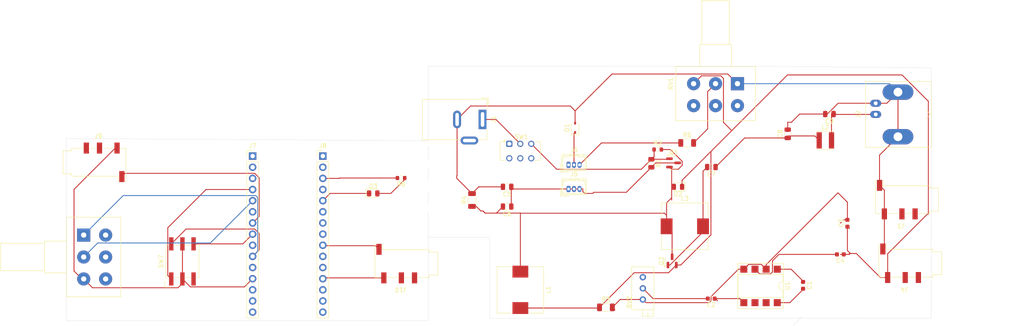
<source format=kicad_pcb>
(kicad_pcb (version 20240108) (generator "pcbnew") (generator_version "8.0")
  (layers (0 "F.Cu" signal) (31 "B.Cu" signal) (34 "B.Paste" user) (35 "F.Paste" user) (36 "B.SilkS" user "B.Silkscreen") (37 "F.SilkS" user "F.Silkscreen") (38 "B.Mask" user) (39 "F.Mask" user) (44 "Edge.Cuts" user))
  (net 0 "")
  (net 1 "Net-(C1-Pad2)")
  (net 2 "Net-(C1-Pad1)")
  (net 3 "Net-(C2-Pad2)")
  (net 4 "Net-(C2-Pad1)")
  (net 5 "Net-(D1-A)")
  (net 6 "Net-(D2-K)")
  (net 7 "Net-(U1-+)")
  (net 8 "Net-(J5-Pin_1)")
  (net 9 "Net-(D2-A)")
  (net 10 "Net-(Q2-C)")
  (net 11 "Net-(C7-Pad1)")
  (net 12 "Net-(J2-In)")
  (net 13 "Net-(D1-K)")
  (net 14 "Net-(D3-A)")
  (net 15 "Net-(D3-K)")
  (net 16 "Net-(SW1A-B)")
  (net 17 "Net-(J7-Pin_8)")
  (net 21 "Net-(J7-Pin_6)")
  (net 25 "Net-(J7-Pin_10)")
  (net 27 "Net-(J7-Pin_7)")
  (net 30 "Net-(J8-Pin_9)")
  (net 34 "Net-(J8-Pin_3)")
  (net 35 "Net-(J8-Pin_12)")
  (net 42 "Net-(Q1-C)")
  (net 43 "Net-(R6-Pad2)")
  (net 55 "Net-(J7-Pin_4)")
  (net 56 "Net-(J7-Pin_12)")
  (net 57 "Net-(J7-Pin_5)")
  (footprint "Resistor_SMD:R_0603_1608Metric" (layer "F.Cu") (at 177.825 50)
    (property "Reference" "R2" (at 0 -1.43 0) (layer "F.SilkS"))
    (property "Value" "R33k")
    (pad "1" smd roundrect (at -0.825 0) (size 0.8 0.95) (layers "F.Cu" "F.Paste" "F.Mask") (net 42 "Net-(Q1-C)"))
    (pad "2" smd roundrect (at 0.825 0) (size 0.8 0.95) (layers "F.Cu" "F.Paste" "F.Mask") (net 9 "Net-(D2-A)"))
  )
  (footprint "Capacitor_SMD:C_0603_1608Metric" (layer "F.Cu") (at 210.95 80.95 -90)
    (property "Reference" "C1" (at 0 -1.43 -90) (layer "F.SilkS"))
    (property "Value" "C 10uF")
    (pad "1" smd roundrect (at -0.775 0 270) (size 0.9 0.95) (layers "F.Cu" "F.Paste" "F.Mask") (net 2 "Net-(C1-Pad1)"))
    (pad "2" smd roundrect (at 0.775 0 270) (size 0.9 0.95) (layers "F.Cu" "F.Paste" "F.Mask") (net 1 "Net-(C1-Pad2)"))
  )
  (footprint "Resistor_SMD:R_1206_3216Metric" (layer "F.Cu") (at 135.5 61.5 90)
    (property "Reference" "R4" (at 0 -1.82 90) (layer "F.SilkS"))
    (property "Value" "R")
    (pad "1" smd roundrect (at -1.4625 0 90) (size 1.125 1.75) (layers "F.Cu" "F.Paste" "F.Mask") (roundrect_rratio 0.222222) (net 9 "Net-(D2-A)"))
    (pad "2" smd roundrect (at 1.4625 0 90) (size 1.125 1.75) (layers "F.Cu" "F.Paste" "F.Mask") (roundrect_rratio 0.222222) (net 5 "Net-(D1-A)"))
  )
  (footprint "Resistor_SMD:R_0805_2012Metric" (layer "F.Cu") (at 176.375 53.1375 -90)
    (property "Reference" "R1" (at 0 -1.65 -90) (layer "F.SilkS"))
    (property "Value" "R47k")
    (pad "1" smd roundrect (at -0.9125 0 270) (size 1.025 1.4) (layers "F.Cu" "F.Paste" "F.Mask") (roundrect_rratio 0.243902) (net 42 "Net-(Q1-C)"))
    (pad "2" smd roundrect (at 0.9125 0 270) (size 1.025 1.4) (layers "F.Cu" "F.Paste" "F.Mask") (roundrect_rratio 0.243902) (net 8 "Net-(J5-Pin_1)"))
  )
  (footprint "Capacitor_SMD:C_0805_2012Metric" (layer "F.Cu") (at 190.05 54 180)
    (property "Reference" "C7" (at 0 -1.68 180) (layer "F.SilkS"))
    (property "Value" "C0.01uF")
    (pad "1" smd roundrect (at -0.95 0 180) (size 1 1.45) (layers "F.Cu" "F.Paste" "F.Mask") (net 11 "Net-(C7-Pad1)"))
    (pad "2" smd roundrect (at 0.95 0 180) (size 1 1.45) (layers "F.Cu" "F.Paste" "F.Mask") (net 10 "Net-(Q2-C)"))
  )
  (footprint "LED_SMD:LED_0805_2012Metric" (layer "F.Cu") (at 112.985 60)
    (property "Reference" "D3" (at 0 -1.65 0) (layer "F.SilkS"))
    (property "Value" "LED")
    (pad "1" smd roundrect (at -0.9375 0) (size 0.975 1.4) (layers "F.Cu" "F.Paste" "F.Mask") (net 15 "Net-(D3-K)"))
    (pad "2" smd roundrect (at 0.9375 0) (size 0.975 1.4) (layers "F.Cu" "F.Paste" "F.Mask") (net 14 "Net-(D3-A)"))
  )
  (footprint "Potentiometer_THT:Potentiometer_Bourns_3296X_Horizontal" (layer "F.Cu") (at 174.43 79.1 90)
    (property "Reference" "RV2" (at -5.68 -3.07 90) (layer "F.SilkS"))
    (property "Value" "R_100ohm")
    (pad "1" thru_hole circle (at 0 0 90) (size 1.44 1.44) (drill 0.8) (layers "*.Cu" "*.Mask"))
    (pad "2" thru_hole circle (at -2.54 0 90) (size 1.44 1.44) (drill 0.8) (layers "*.Cu" "*.Mask") (net 3 "Net-(C2-Pad2)"))
    (pad "3" thru_hole circle (at -5.08 0 90) (size 1.44 1.44) (drill 0.8) (layers "*.Cu" "*.Mask") (net 5 "Net-(D1-A)"))
  )
  (footprint "Capacitor_SMD:C_0603_1608Metric" (layer "F.Cu") (at 219.45 73.9 180)
    (property "Reference" "C4" (at 0 -1.43 180) (layer "F.SilkS"))
    (property "Value" "C")
    (pad "1" smd roundrect (at -0.775 0 180) (size 0.9 0.95) (layers "F.Cu" "F.Paste" "F.Mask") (net 6 "Net-(D2-K)"))
    (pad "2" smd roundrect (at 0.775 0 180) (size 0.9 0.95) (layers "F.Cu" "F.Paste" "F.Mask") (net 7 "Net-(U1-+)"))
  )
  (footprint "Capacitor_SMD:C_0805_2012Metric" (layer "F.Cu") (at 207.45 46.42 90)
    (property "Reference" "C8" (at 0 -1.68 90) (layer "F.SilkS"))
    (property "Value" "C_Small")
    (pad "1" smd roundrect (at -0.95 0 90) (size 1 1.45) (layers "F.Cu" "F.Paste" "F.Mask") (net 11 "Net-(C7-Pad1)"))
    (pad "2" smd roundrect (at 0.95 0 90) (size 1 1.45) (layers "F.Cu" "F.Paste" "F.Mask") (net 5 "Net-(D1-A)"))
  )
  (footprint "Potentiometer_THT:Potentiometer_Alps_RK163_Dual_Horizontal" (layer "F.Cu") (at 47 69.5)
    (property "Reference" "RV3" (hide yes))
    (property "Value" "R_Potentiometer_10k")
    (pad "1" thru_hole rect (at 0 0 180) (size 3 3) (drill 1.2) (layers "*.Cu" "*.Mask") (net 25 "Net-(J7-Pin_10)"))
    (pad "2" thru_hole circle (at 0 5 180) (size 3 3) (drill 1.2) (layers "*.Cu" "*.Mask") (net 57 "Net-(J7-Pin_5)"))
    (pad "3" thru_hole circle (at 0 10 180) (size 3 3) (drill 1.2) (layers "*.Cu" "*.Mask") (net 56 "Net-(J7-Pin_12)"))
    (pad "4" thru_hole circle (at 5 0 180) (size 3 3) (drill 1.2) (layers "*.Cu" "*.Mask"))
    (pad "5" thru_hole circle (at 5 5 180) (size 3 3) (drill 1.2) (layers "*.Cu" "*.Mask"))
    (pad "6" thru_hole circle (at 5 10 180) (size 3 3) (drill 1.2) (layers "*.Cu" "*.Mask"))
  )
  (footprint "Inductor_SMD:L_10.4x10.4_H4.8" (layer "F.Cu") (at 146.52 81.98 -90)
    (property "Reference" "L1" (at 0 -6.35 90) (layer "F.SilkS"))
    (property "Value" "L_100uH")
    (pad "1" smd rect (at -4.15 0 270) (size 2.7 3.6) (layers "F.Cu" "F.Paste" "F.Mask") (net 9 "Net-(D2-A)"))
    (pad "2" smd rect (at 4.15 0 270) (size 2.7 3.6) (layers "F.Cu" "F.Paste" "F.Mask") (net 6 "Net-(D2-K)"))
  )
  (footprint "Capacitor_SMD:C_0805_2012Metric" (layer "F.Cu") (at 143.5 63 180)
    (property "Reference" "C6" (at 0 -1.68 0) (layer "F.SilkS"))
    (property "Value" "C100p")
    (pad "1" smd roundrect (at -0.95 0 180) (size 1 1.45) (layers "F.Cu" "F.Paste" "F.Mask") (net 8 "Net-(J5-Pin_1)"))
    (pad "2" smd roundrect (at 0.95 0 180) (size 1 1.45) (layers "F.Cu" "F.Paste" "F.Mask") (net 9 "Net-(D2-A)"))
  )
  (footprint "Capacitor_SMD:C_0603_1608Metric" (layer "F.Cu") (at 190.02 83.98 180)
    (property "Reference" "C2" (at 0 -1.43 180) (layer "F.SilkS"))
    (property "Value" "C 10uF")
    (pad "1" smd roundrect (at -0.775 0 180) (size 0.9 0.95) (layers "F.Cu" "F.Paste" "F.Mask") (net 4 "Net-(C2-Pad1)"))
    (pad "2" smd roundrect (at 0.775 0 180) (size 0.9 0.95) (layers "F.Cu" "F.Paste" "F.Mask") (net 3 "Net-(C2-Pad2)"))
  )
  (footprint "Connector_Audio:Jack_3.5mm_KoreanHropartsElec_PJ-320D-4A_Horizontal" (layer "F.Cu") (at 234.08 75.92 180)
    (property "Reference" "J4" (at 0 -6 180) (layer "F.SilkS"))
    (property "Value" "AudioJack3_Ground")
    (pad "" np_thru_hole circle (at -4.75 0 180) (size 1.6 1.6) (drill 1.6) (layers "F&B.Cu" "*.Mask"))
    (pad "" np_thru_hole circle (at 2.25 0 180) (size 1.6 1.6) (drill 1.6) (layers "F&B.Cu" "*.Mask"))
    (pad "R1" smd rect (at -0.15 -3.25 180) (size 1.2 2.5) (layers "F.Cu" "F.Paste" "F.Mask"))
    (pad "R2" smd rect (at -3.15 -3.25 180) (size 1.2 2.5) (layers "F.Cu" "F.Paste" "F.Mask"))
    (pad "S" smd rect (at 4.95 3.25 180) (size 1.2 2.5) (layers "F.Cu" "F.Paste" "F.Mask") (net 5 "Net-(D1-A)"))
    (pad "T" smd rect (at 3.85 -3.25 180) (size 1.2 2.5) (layers "F.Cu" "F.Paste" "F.Mask") (net 6 "Net-(D2-K)"))
  )
  (footprint "Connector_Audio:Jack_3.5mm_KoreanHropartsElec_PJ-320D-4A_Horizontal" (layer "F.Cu") (at 119.25 76 180)
    (property "Reference" "J10" (at 0 -6 180) (layer "F.SilkS"))
    (property "Value" "AudioJack3_Radio")
    (pad "" np_thru_hole circle (at -4.75 0 180) (size 1.6 1.6) (drill 1.6) (layers "F&B.Cu" "*.Mask"))
    (pad "" np_thru_hole circle (at 2.25 0 180) (size 1.6 1.6) (drill 1.6) (layers "F&B.Cu" "*.Mask"))
    (pad "R1" smd rect (at -0.15 -3.25 180) (size 1.2 2.5) (layers "F.Cu" "F.Paste" "F.Mask"))
    (pad "R2" smd rect (at -3.15 -3.25 180) (size 1.2 2.5) (layers "F.Cu" "F.Paste" "F.Mask"))
    (pad "S" smd rect (at 4.95 3.25 180) (size 1.2 2.5) (layers "F.Cu" "F.Paste" "F.Mask") (net 30 "Net-(J8-Pin_9)"))
    (pad "T" smd rect (at 3.85 -3.25 180) (size 1.2 2.5) (layers "F.Cu" "F.Paste" "F.Mask") (net 35 "Net-(J8-Pin_12)"))
  )
  (footprint "Inductor_SMD:L_10.4x10.4_H4.8" (layer "F.Cu") (at 184 67.5)
    (property "Reference" "L3" (at 0 -6.35 0) (layer "F.SilkS"))
    (property "Value" "L")
    (pad "1" smd rect (at -4.15 0) (size 2.7 3.6) (layers "F.Cu" "F.Paste" "F.Mask") (net 9 "Net-(D2-A)"))
    (pad "2" smd rect (at 4.15 0) (size 2.7 3.6) (layers "F.Cu" "F.Paste" "F.Mask") (net 10 "Net-(Q2-C)"))
  )
  (footprint "Connector_Hirose:Hirose_DF13-03P-1.25DSA_1x03_P1.25mm_Vertical" (layer "F.Cu") (at 157.5 59)
    (property "Reference" "J5" (at 1.25 -3.4 0) (layer "F.SilkS"))
    (property "Value" "Conn_01x03_Pin")
    (pad "1" thru_hole roundrect (at 0 0) (size 0.9 1.4) (drill 0.6) (layers "*.Cu" "*.Mask") (net 8 "Net-(J5-Pin_1)"))
    (pad "2" thru_hole oval (at 1.25 0) (size 0.9 1.4) (drill 0.6) (layers "*.Cu" "*.Mask") (net 8 "Net-(J5-Pin_1)"))
    (pad "3" thru_hole oval (at 2.5 0) (size 0.9 1.4) (drill 0.6) (layers "*.Cu" "*.Mask") (net 8 "Net-(J5-Pin_1)"))
  )
  (footprint "Package_TO_SOT_SMD:SOT-23" (layer "F.Cu") (at 181.4375 53.05)
    (property "Reference" "Q1" (at 0 -2.4 0) (layer "F.SilkS"))
    (property "Value" "9013")
    (pad "1" smd roundrect (at -0.9375 -0.95) (size 1.475 0.6) (layers "F.Cu" "F.Paste" "F.Mask") (net 42 "Net-(Q1-C)"))
    (pad "2" smd roundrect (at -0.9375 0.95) (size 1.475 0.6) (layers "F.Cu" "F.Paste" "F.Mask") (net 9 "Net-(D2-A)"))
    (pad "3" smd roundrect (at 0.9375 0) (size 1.475 0.6) (layers "F.Cu" "F.Paste" "F.Mask") (net 8 "Net-(J5-Pin_1)"))
  )
  (footprint "Inductor_SMD:L_Taiyo-Yuden_MD-4040" (layer "F.Cu") (at 216.03 47.92)
    (property "Reference" "L2" (at 0 -3 0) (layer "F.SilkS"))
    (property "Value" "1uH")
    (pad "1" smd rect (at -1.4 0) (size 1.2 3.7) (layers "F.Cu" "F.Paste" "F.Mask") (net 11 "Net-(C7-Pad1)"))
    (pad "2" smd rect (at 1.4 0) (size 1.2 3.7) (layers "F.Cu" "F.Paste" "F.Mask") (net 12 "Net-(J2-In)"))
  )
  (footprint "Button_Switch_SMD:Nidec_Copal_SH-7010B" (layer "F.Cu") (at 69.5 75.5 90)
    (property "Reference" "SW7" (at 0 -4.9 90) (layer "F.SilkS"))
    (property "Value" "SW_Coded_SH-7050")
    (pad "1" smd rect (at -4 -2.54 90) (size 3 1) (layers "F.Cu" "F.Paste" "F.Mask") (net 55 "Net-(J7-Pin_4)"))
    (pad "2" smd rect (at 4 2.54 90) (size 3 1) (layers "F.Cu" "F.Paste" "F.Mask") (net 17 "Net-(J7-Pin_8)"))
    (pad "4" smd rect (at -4 2.54 90) (size 3 1) (layers "F.Cu" "F.Paste" "F.Mask"))
    (pad "8" smd rect (at 4 -2.54 90) (size 3 1) (layers "F.Cu" "F.Paste" "F.Mask") (net 25 "Net-(J7-Pin_10)"))
    (pad "C" smd rect (at -4 0 90) (size 3 1) (layers "F.Cu" "F.Paste" "F.Mask") (net 56 "Net-(J7-Pin_12)"))
    (pad "C" smd rect (at 4 0 90) (size 3 1) (layers "F.Cu" "F.Paste" "F.Mask") (net 56 "Net-(J7-Pin_12)"))
  )
  (footprint "Connector_Audio:Jack_3.5mm_KoreanHropartsElec_PJ-320D-4A_Horizontal" (layer "F.Cu") (at 233.33 61.42 180)
    (property "Reference" "J3" (at 0 -6 180) (layer "F.SilkS"))
    (property "Value" "AudioJack3_Ground")
    (pad "" np_thru_hole circle (at -4.75 0 180) (size 1.6 1.6) (drill 1.6) (layers "F&B.Cu" "*.Mask"))
    (pad "" np_thru_hole circle (at 2.25 0 180) (size 1.6 1.6) (drill 1.6) (layers "F&B.Cu" "*.Mask"))
    (pad "R1" smd rect (at -0.15 -3.25 180) (size 1.2 2.5) (layers "F.Cu" "F.Paste" "F.Mask"))
    (pad "R2" smd rect (at -3.15 -3.25 180) (size 1.2 2.5) (layers "F.Cu" "F.Paste" "F.Mask"))
    (pad "S" smd rect (at 4.95 3.25 180) (size 1.2 2.5) (layers "F.Cu" "F.Paste" "F.Mask") (net 5 "Net-(D1-A)"))
    (pad "T" smd rect (at 3.85 -3.25 180) (size 1.2 2.5) (layers "F.Cu" "F.Paste" "F.Mask") (net 5 "Net-(D1-A)"))
  )
  (footprint "Button_Switch_THT:SW_CK_JS202011CQN_DPDT_Straight" (layer "F.Cu") (at 144 48.7)
    (property "Reference" "SW1" (at 2.75 -1.6 0) (layer "F.SilkS"))
    (property "Value" "SW_DPDT_x2")
    (pad "1" thru_hole roundrect (at 0 0) (size 1.4 1.4) (drill 0.9) (layers "*.Cu" "*.Mask") (roundrect_rratio 0.1785714286))
    (pad "2" thru_hole circle (at 2.5 0) (size 1.4 1.4) (drill 0.9) (layers "*.Cu" "*.Mask") (net 16 "Net-(SW1A-B)"))
    (pad "3" thru_hole circle (at 5 0) (size 1.4 1.4) (drill 0.9) (layers "*.Cu" "*.Mask") (net 42 "Net-(Q1-C)"))
    (pad "4" thru_hole circle (at 5 3.3) (size 1.4 1.4) (drill 0.9) (layers "*.Cu" "*.Mask"))
    (pad "5" thru_hole circle (at 2.5 3.3) (size 1.4 1.4) (drill 0.9) (layers "*.Cu" "*.Mask"))
    (pad "6" thru_hole circle (at 0 3.3) (size 1.4 1.4) (drill 0.9) (layers "*.Cu" "*.Mask"))
  )
  (footprint "Connector_PinHeader_2.54mm:PinHeader_1x15_P2.54mm_Vertical" (layer "F.Cu") (at 101.5 51.5)
    (property "Reference" "J8" (at 0 -2.33 0) (layer "F.SilkS"))
    (property "Value" "Conn_01x15_PinRight")
    (pad "1" thru_hole rect (at 0 0) (size 1.7 1.7) (drill 1) (layers "*.Cu" "*.Mask"))
    (pad "2" thru_hole oval (at 0 2.54) (size 1.7 1.7) (drill 1) (layers "*.Cu" "*.Mask"))
    (pad "3" thru_hole oval (at 0 5.08) (size 1.7 1.7) (drill 1) (layers "*.Cu" "*.Mask") (net 34 "Net-(J8-Pin_3)"))
    (pad "4" thru_hole oval (at 0 7.62) (size 1.7 1.7) (drill 1) (layers "*.Cu" "*.Mask"))
    (pad "5" thru_hole oval (at 0 10.16) (size 1.7 1.7) (drill 1) (layers "*.Cu" "*.Mask") (net 15 "Net-(D3-K)"))
    (pad "6" thru_hole oval (at 0 12.7) (size 1.7 1.7) (drill 1) (layers "*.Cu" "*.Mask"))
    (pad "7" thru_hole oval (at 0 15.24) (size 1.7 1.7) (drill 1) (layers "*.Cu" "*.Mask"))
    (pad "8" thru_hole oval (at 0 17.78) (size 1.7 1.7) (drill 1) (layers "*.Cu" "*.Mask"))
    (pad "9" thru_hole oval (at 0 20.32) (size 1.7 1.7) (drill 1) (layers "*.Cu" "*.Mask") (net 30 "Net-(J8-Pin_9)"))
    (pad "10" thru_hole oval (at 0 22.86) (size 1.7 1.7) (drill 1) (layers "*.Cu" "*.Mask"))
    (pad "11" thru_hole oval (at 0 25.4) (size 1.7 1.7) (drill 1) (layers "*.Cu" "*.Mask"))
    (pad "12" thru_hole oval (at 0 27.94) (size 1.7 1.7) (drill 1) (layers "*.Cu" "*.Mask") (net 35 "Net-(J8-Pin_12)"))
    (pad "13" thru_hole oval (at 0 30.48) (size 1.7 1.7) (drill 1) (layers "*.Cu" "*.Mask"))
    (pad "14" thru_hole oval (at 0 33.02) (size 1.7 1.7) (drill 1) (layers "*.Cu" "*.Mask"))
    (pad "15" thru_hole oval (at 0 35.56) (size 1.7 1.7) (drill 1) (layers "*.Cu" "*.Mask"))
  )
  (footprint "Resistor_SMD:R_0603_1608Metric" (layer "F.Cu") (at 119.325 56.5 180)
    (property "Reference" "R8" (at 0 -1.43 180) (layer "F.SilkS"))
    (property "Value" "R")
    (pad "1" smd roundrect (at -0.825 0 180) (size 0.8 0.95) (layers "F.Cu" "F.Paste" "F.Mask") (net 14 "Net-(D3-A)"))
    (pad "2" smd roundrect (at 0.825 0 180) (size 0.8 0.95) (layers "F.Cu" "F.Paste" "F.Mask") (net 34 "Net-(J8-Pin_3)"))
  )
  (footprint "Connector_Audio:Jack_3.5mm_KoreanHropartsElec_PJ-320D-4A_Horizontal" (layer "F.Cu") (at 50.75 52.92)
    (property "Reference" "J9" (at -0.4 -6 0) (layer "F.SilkS"))
    (property "Value" "AudioJack3_Key")
    (pad "" np_thru_hole circle (at -4.75 0) (size 1.6 1.6) (drill 1.6) (layers "F&B.Cu" "*.Mask"))
    (pad "" np_thru_hole circle (at 2.25 0) (size 1.6 1.6) (drill 1.6) (layers "F&B.Cu" "*.Mask"))
    (pad "R1" smd rect (at -0.15 -3.25) (size 1.2 2.5) (layers "F.Cu" "F.Paste" "F.Mask"))
    (pad "R2" smd rect (at -3.15 -3.25) (size 1.2 2.5) (layers "F.Cu" "F.Paste" "F.Mask"))
    (pad "S" smd rect (at 4.95 3.25) (size 1.2 2.5) (layers "F.Cu" "F.Paste" "F.Mask") (net 27 "Net-(J7-Pin_7)"))
    (pad "T" smd rect (at 3.85 -3.25) (size 1.2 2.5) (layers "F.Cu" "F.Paste" "F.Mask") (net 56 "Net-(J7-Pin_12)"))
  )
  (footprint "Connector_Hirose:Hirose_DF13-03P-1.25DSA_1x03_P1.25mm_Vertical" (layer "F.Cu") (at 157.5 53.5)
    (property "Reference" "J6" (at 1.25 -3.4 0) (layer "F.SilkS"))
    (property "Value" "Conn_01x03_Pin")
    (pad "1" thru_hole roundrect (at 0 0) (size 0.9 1.4) (drill 0.6) (layers "*.Cu" "*.Mask") (net 13 "Net-(D1-K)"))
    (pad "2" thru_hole oval (at 1.25 0) (size 0.9 1.4) (drill 0.6) (layers "*.Cu" "*.Mask") (net 13 "Net-(D1-K)"))
    (pad "3" thru_hole oval (at 2.5 0) (size 0.9 1.4) (drill 0.6) (layers "*.Cu" "*.Mask") (net 13 "Net-(D1-K)"))
  )
  (footprint "Diode_SMD:D_SOD-323" (layer "F.Cu") (at 159 45.05 90)
    (property "Reference" "D1" (at 0 -1.85 90) (layer "F.SilkS"))
    (property "Value" "D_C145491")
    (pad "1" smd roundrect (at -1.05 0 90) (size 0.6 0.45) (layers "F.Cu" "F.Paste" "F.Mask") (net 13 "Net-(D1-K)"))
    (pad "2" smd roundrect (at 1.05 0 90) (size 0.6 0.45) (layers "F.Cu" "F.Paste" "F.Mask") (net 5 "Net-(D1-A)"))
  )
  (footprint "Connector_Coaxial:BNC_Amphenol_B6252HB-NPP3G-50_Horizontal" (layer "F.Cu") (at 227.5 42 -90)
    (property "Reference" "J2" (at 0 4 90) (layer "F.SilkS"))
    (property "Value" "Conn_Coaxial")
    (pad "1" thru_hole oval (at 0 0 270) (size 1.6 2.5) (drill 0.89) (layers "*.Cu" "*.Mask") (net 12 "Net-(J2-In)"))
    (pad "2" thru_hole oval (at -5.08 -5.08 270) (size 3.5 7) (drill 2.01) (layers "*.Cu" "*.Mask") (net 5 "Net-(D1-A)"))
    (pad "2" thru_hole oval (at -2.54 0 270) (size 1.6 2.5) (drill 0.89) (layers "*.Cu" "*.Mask") (net 5 "Net-(D1-A)"))
    (pad "2" thru_hole oval (at 5.08 -5.08 270) (size 3.5 7) (drill 2.01) (layers "*.Cu" "*.Mask") (net 5 "Net-(D1-A)"))
  )
  (footprint "Connector_PinHeader_2.54mm:PinHeader_1x15_P2.54mm_Vertical" (layer "F.Cu") (at 85.5 51.5)
    (property "Reference" "J7" (at 0 -2.33 0) (layer "F.SilkS"))
    (property "Value" "Conn_01x15_PinLeft")
    (pad "1" thru_hole rect (at 0 0) (size 1.7 1.7) (drill 1) (layers "*.Cu" "*.Mask"))
    (pad "2" thru_hole oval (at 0 2.54) (size 1.7 1.7) (drill 1) (layers "*.Cu" "*.Mask"))
    (pad "3" thru_hole oval (at 0 5.08) (size 1.7 1.7) (drill 1) (layers "*.Cu" "*.Mask"))
    (pad "4" thru_hole oval (at 0 7.62) (size 1.7 1.7) (drill 1) (layers "*.Cu" "*.Mask") (net 55 "Net-(J7-Pin_4)"))
    (pad "5" thru_hole oval (at 0 10.16) (size 1.7 1.7) (drill 1) (layers "*.Cu" "*.Mask") (net 57 "Net-(J7-Pin_5)"))
    (pad "6" thru_hole oval (at 0 12.7) (size 1.7 1.7) (drill 1) (layers "*.Cu" "*.Mask") (net 21 "Net-(J7-Pin_6)"))
    (pad "7" thru_hole oval (at 0 15.24) (size 1.7 1.7) (drill 1) (layers "*.Cu" "*.Mask") (net 27 "Net-(J7-Pin_7)"))
    (pad "8" thru_hole oval (at 0 17.78) (size 1.7 1.7) (drill 1) (layers "*.Cu" "*.Mask") (net 17 "Net-(J7-Pin_8)"))
    (pad "9" thru_hole oval (at 0 20.32) (size 1.7 1.7) (drill 1) (layers "*.Cu" "*.Mask"))
    (pad "10" thru_hole oval (at 0 22.86) (size 1.7 1.7) (drill 1) (layers "*.Cu" "*.Mask") (net 25 "Net-(J7-Pin_10)"))
    (pad "11" thru_hole oval (at 0 25.4) (size 1.7 1.7) (drill 1) (layers "*.Cu" "*.Mask"))
    (pad "12" thru_hole oval (at 0 27.94) (size 1.7 1.7) (drill 1) (layers "*.Cu" "*.Mask") (net 56 "Net-(J7-Pin_12)"))
    (pad "13" thru_hole oval (at 0 30.48) (size 1.7 1.7) (drill 1) (layers "*.Cu" "*.Mask"))
    (pad "14" thru_hole oval (at 0 33.02) (size 1.7 1.7) (drill 1) (layers "*.Cu" "*.Mask"))
    (pad "15" thru_hole oval (at 0 35.56) (size 1.7 1.7) (drill 1) (layers "*.Cu" "*.Mask"))
  )
  (footprint "Resistor_SMD:R_1206_3216Metric" (layer "F.Cu") (at 184.5375 48.5)
    (property "Reference" "R6" (at 0 -1.82 0) (layer "F.SilkS"))
    (property "Value" "R100k")
    (pad "1" smd roundrect (at -1.4625 0) (size 1.125 1.75) (layers "F.Cu" "F.Paste" "F.Mask") (roundrect_rratio 0.222222) (net 13 "Net-(D1-K)"))
    (pad "2" smd roundrect (at 1.4625 0) (size 1.125 1.75) (layers "F.Cu" "F.Paste" "F.Mask") (roundrect_rratio 0.222222) (net 43 "Net-(R6-Pad2)"))
  )
  (footprint "Connector_BarrelJack:BarrelJack_Wuerth_6941xx301002" (layer "F.Cu") (at 137.9 43.15 -90)
    (property "Reference" "J1" (at 0 -2.5 90) (layer "F.SilkS"))
    (property "Value" "Barrel_Jack_MountingPin")
    (pad "1" thru_hole rect (at 0 0 270) (size 4.4 1.8) (drill oval 3.4 0.8) (layers "*.Cu" "*.Mask") (net 16 "Net-(SW1A-B)"))
    (pad "2" thru_hole oval (at 0 5.8 270) (size 4 1.8) (drill oval 3 0.8) (layers "*.Cu" "*.Mask") (net 5 "Net-(D1-A)"))
    (pad "3" thru_hole oval (at 4.8 3) (size 4 1.8) (drill oval 3 0.8) (layers "*.Cu" "*.Mask"))
  )
  (footprint "Resistor_SMD:R_1206_3216Metric" (layer "F.Cu") (at 166.02 85.98)
    (property "Reference" "R3" (at 0 -1.82 0) (layer "F.SilkS"))
    (property "Value" "R10K")
    (pad "1" smd roundrect (at -1.4625 0) (size 1.125 1.75) (layers "F.Cu" "F.Paste" "F.Mask") (roundrect_rratio 0.222222) (net 6 "Net-(D2-K)"))
    (pad "2" smd roundrect (at 1.4625 0) (size 1.125 1.75) (layers "F.Cu" "F.Paste" "F.Mask") (roundrect_rratio 0.222222) (net 5 "Net-(D1-A)"))
  )
  (footprint "Package_DIP:DIP-8_W7.62mm_SMDSocket_SmallPads" (layer "F.Cu") (at 201.26 81.09 -90)
    (property "Reference" "U1" (at 0 -6.14 90) (layer "F.SilkS"))
    (property "Value" "LM386")
    (pad "1" smd rect (at -3.81 -3.81 270) (size 1.6 1.6) (layers "F.Cu" "F.Paste" "F.Mask") (net 2 "Net-(C1-Pad1)"))
    (pad "2" smd rect (at -3.81 -1.27 270) (size 1.6 1.6) (layers "F.Cu" "F.Paste" "F.Mask") (net 5 "Net-(D1-A)"))
    (pad "3" smd rect (at -3.81 1.27 270) (size 1.6 1.6) (layers "F.Cu" "F.Paste" "F.Mask") (net 7 "Net-(U1-+)"))
    (pad "4" smd rect (at -3.81 3.81 270) (size 1.6 1.6) (layers "F.Cu" "F.Paste" "F.Mask") (net 5 "Net-(D1-A)"))
    (pad "5" smd rect (at 3.81 3.81 270) (size 1.6 1.6) (layers "F.Cu" "F.Paste" "F.Mask") (net 4 "Net-(C2-Pad1)"))
    (pad "6" smd rect (at 3.81 1.27 270) (size 1.6 1.6) (layers "F.Cu" "F.Paste" "F.Mask"))
    (pad "7" smd rect (at 3.81 -1.27 270) (size 1.6 1.6) (layers "F.Cu" "F.Paste" "F.Mask"))
    (pad "8" smd rect (at 3.81 -3.81 270) (size 1.6 1.6) (layers "F.Cu" "F.Paste" "F.Mask") (net 1 "Net-(C1-Pad2)"))
  )
  (footprint "Potentiometer_THT:Potentiometer_Alps_RK163_Dual_Horizontal" (layer "F.Cu") (at 196 35 -90)
    (property "Reference" "RV1" (at -0.000001 15.199999 90) (layer "F.SilkS"))
    (property "Value" "R_Pot50k")
    (pad "1" thru_hole rect (at 0 0 90) (size 3 3) (drill 1.2) (layers "*.Cu" "*.Mask") (net 5 "Net-(D1-A)"))
    (pad "2" thru_hole circle (at 0 5 90) (size 3 3) (drill 1.2) (layers "*.Cu" "*.Mask") (net 43 "Net-(R6-Pad2)"))
    (pad "3" thru_hole circle (at 0 10 90) (size 3 3) (drill 1.2) (layers "*.Cu" "*.Mask") (net 6 "Net-(D2-K)"))
    (pad "4" thru_hole circle (at 5 0 90) (size 3 3) (drill 1.2) (layers "*.Cu" "*.Mask"))
    (pad "5" thru_hole circle (at 5 5 90) (size 3 3) (drill 1.2) (layers "*.Cu" "*.Mask"))
    (pad "6" thru_hole circle (at 5 10 90) (size 3 3) (drill 1.2) (layers "*.Cu" "*.Mask"))
  )
  (footprint "LED_SMD:LED_0805_2012Metric" (layer "F.Cu") (at 182.4375 58.5 180)
    (property "Reference" "D2" (at 0 -1.65 180) (layer "F.SilkS"))
    (property "Value" "LED")
    (pad "1" smd roundrect (at -0.9375 0 180) (size 0.975 1.4) (layers "F.Cu" "F.Paste" "F.Mask") (net 6 "Net-(D2-K)"))
    (pad "2" smd roundrect (at 0.9375 0 180) (size 0.975 1.4) (layers "F.Cu" "F.Paste" "F.Mask") (net 9 "Net-(D2-A)"))
  )
  (footprint "Capacitor_SMD:C_0805_2012Metric" (layer "F.Cu") (at 143.5 58.5 180)
    (property "Reference" "C5" (at 0 -1.68 0) (layer "F.SilkS"))
    (property "Value" "C100p")
    (pad "1" smd roundrect (at -0.95 0 180) (size 1 1.45) (layers "F.Cu" "F.Paste" "F.Mask") (net 8 "Net-(J5-Pin_1)"))
    (pad "2" smd roundrect (at 0.95 0 180) (size 1 1.45) (layers "F.Cu" "F.Paste" "F.Mask") (net 5 "Net-(D1-A)"))
  )
  (footprint "Capacitor_SMD:C_0805_2012Metric" (layer "F.Cu") (at 216.95 41.92 180)
    (property "Reference" "C9" (at 0 -1.68 180) (layer "F.SilkS"))
    (property "Value" "C_Small")
    (pad "1" smd roundrect (at -0.95 0 180) (size 1 1.45) (layers "F.Cu" "F.Paste" "F.Mask") (net 12 "Net-(J2-In)"))
    (pad "2" smd roundrect (at 0.95 0 180) (size 1 1.45) (layers "F.Cu" "F.Paste" "F.Mask") (net 5 "Net-(D1-A)"))
  )
  (footprint "Capacitor_SMD:C_0603_1608Metric" (layer "F.Cu") (at 221.05 66.8 90)
    (property "Reference" "C3" (at 0 -1.43 90) (layer "F.SilkS"))
    (property "Value" "C")
    (pad "1" smd roundrect (at -0.775 0 90) (size 0.9 0.95) (layers "F.Cu" "F.Paste" "F.Mask") (net 6 "Net-(D2-K)"))
    (pad "2" smd roundrect (at 0.775 0 90) (size 0.9 0.95) (layers "F.Cu" "F.Paste" "F.Mask") (net 5 "Net-(D1-A)"))
  )
  (footprint "Package_TO_SOT_SMD:SOT-23" (layer "F.Cu") (at 181.105 75.39 90)
    (property "Reference" "Q2" (at 0 -2.4 90) (layer "F.SilkS"))
    (property "Value" "8050")
    (pad "1" smd roundrect (at -0.9375 -0.95 90) (size 1.475 0.6) (layers "F.Cu" "F.Paste" "F.Mask") (net 10 "Net-(Q2-C)"))
    (pad "2" smd roundrect (at -0.9375 0.95 90) (size 1.475 0.6) (layers "F.Cu" "F.Paste" "F.Mask") (net 6 "Net-(D2-K)"))
    (pad "3" smd roundrect (at 0.9375 0 90) (size 1.475 0.6) (layers "F.Cu" "F.Paste" "F.Mask") (net 9 "Net-(D2-A)"))
  )
  (gr_line (start 125.5 52.25) (end 125.5 49.25) (stroke (width 0.05)) (layer "Edge.Cuts"))
  (gr_line (start 200 31) (end 240.18 31.42) (stroke (width 0.05)) (layer "Edge.Cuts"))
  (gr_line (start 125.5 70) (end 125.5 89) (stroke (width 0.05)) (layer "Edge.Cuts"))
  (gr_line (start 125.5 89) (end 43 89) (stroke (width 0.05)) (layer "Edge.Cuts"))
  (gr_line (start 224.43 88.42) (end 139.5 88.5) (stroke (width 0.05)) (layer "Edge.Cuts"))
  (gr_line (start 240.18 31.42) (end 240.18 88.42) (stroke (width 0.05)) (layer "Edge.Cuts"))
  (gr_line (start 130.5 70) (end 135.5 70) (stroke (width 0.05)) (layer "Edge.Cuts"))
  (gr_line (start 200 31) (end 125.5 31) (stroke (width 0.05)) (layer "Edge.Cuts"))
  (gr_line (start 125.5 57) (end 125.5 54) (stroke (width 0.05)) (layer "Edge.Cuts"))
  (gr_line (start 125.5 48) (end 43 47.5) (stroke (width 0.05)) (layer "Edge.Cuts"))
  (gr_line (start 240.18 88.42) (end 224.43 88.42) (stroke (width 0.05)) (layer "Edge.Cuts"))
  (gr_line (start 130.5 70) (end 125.5 70) (stroke (width 0.05)) (layer "Edge.Cuts"))
  (gr_line (start 139.5 88.5) (end 139.5 70) (stroke (width 0.05)) (layer "Edge.Cuts"))
  (gr_line (start 139.5 70) (end 135.5 70) (stroke (width 0.05)) (layer "Edge.Cuts"))
  (gr_line (start 210.7 88.15) (end 208.7 90.15) (stroke (width 0.05)) (layer "Edge.Cuts"))
  (gr_line (start 125.5 62.5) (end 125.5 59.5) (stroke (width 0.05)) (layer "Edge.Cuts"))
  (gr_line (start 43 47.5) (end 43 89) (stroke (width 0.05)) (layer "Edge.Cuts"))
  (gr_line (start 125.5 70) (end 125.5 64.25) (stroke (width 0.05)) (layer "Edge.Cuts"))
  (gr_line (start 125.5 31) (end 125.5 48) (stroke (width 0.05)) (layer "Edge.Cuts"))
  (segment (start 205.07 84.9) (end 207.95 84.9) (width 0.2) (layer "F.Cu") (net 1))
  (segment (start 207.95 84.9) (end 210.95 81.9) (width 0.2) (layer "F.Cu") (net 1))
  (segment (start 208.23 77.28) (end 210.95 80) (width 0.2) (layer "F.Cu") (net 2))
  (segment (start 205.07 77.28) (end 208.23 77.28) (width 0.2) (layer "F.Cu") (net 2))
  (segment (start 176.77 83.98) (end 174.43 81.64) (width 0.2) (layer "F.Cu") (net 3))
  (segment (start 189.03 84.02) (end 189.07 83.98) (width 0.2) (layer "F.Cu") (net 3))
  (segment (start 189.245 83.98) (end 176.77 83.98) (width 0.2) (layer "F.Cu") (net 3))
  (segment (start 190.97 83.98) (end 191.47 84.48) (width 0.2) (layer "F.Cu") (net 4))
  (segment (start 196.53 83.98) (end 197.45 84.9) (width 0.2) (layer "F.Cu") (net 4))
  (segment (start 190.795 83.98) (end 196.53 83.98) (width 0.2) (layer "F.Cu") (net 4))
  (segment (start 137.01875 58.51875) (end 137.0625 58.475) (width 0.2) (layer "F.Cu") (net 5))
  (segment (start 189.548697 84.899999) (end 175.149999 84.899999) (width 0.2) (layer "F.Cu") (net 5))
  (segment (start 132.01875 56.55625) (end 135.5 60.0375) (width 0.2) (layer "F.Cu") (net 5))
  (segment (start 221.05 66.025) (end 221.05 62.01) (width 0.2) (layer "F.Cu") (net 5))
  (segment (start 135.5 60.0375) (end 137.01875 58.51875) (width 0.2) (layer "F.Cu") (net 5))
  (segment (start 229.48 72.32) (end 229.13 72.67) (width 0.2) (layer "F.Cu") (net 5))
  (segment (start 193.8 32.8) (end 196 35) (width 0.2) (layer "F.Cu") (net 5))
  (segment (start 132.01875 56.01875) (end 132.01875 56.55625) (width 0.2) (layer "F.Cu") (net 5))
  (segment (start 201.43 76.18) (end 202.53 77.28) (width 0.2) (layer "F.Cu") (net 5))
  (segment (start 159 41.19) (end 157.900001 40.090001) (width 0.2) (layer "F.Cu") (net 5))
  (segment (start 216.47 41.92) (end 218.93 39.46) (width 0.2) (layer "F.Cu") (net 5))
  (segment (start 232.58 36.92) (end 232.58 47.08) (width 0.2) (layer "F.Cu") (net 5))
  (segment (start 229.48 59.27) (end 228.38 58.17) (width 0.2) (layer "F.Cu") (net 5))
  (segment (start 219.482157 66.772157) (end 219.704314 66.55) (width 0.2) (layer "F.Cu") (net 5))
  (segment (start 197.45 77.28) (end 196.221304 77.28) (width 0.2) (layer "F.Cu") (net 5))
  (segment (start 167.4825 85.98) (end 168.0625 86.56) (width 0.2) (layer "F.Cu") (net 5))
  (segment (start 229.48 64.67) (end 229.48 72.32) (width 0.2) (layer "F.Cu") (net 5))
  (segment (start 132.01875 56.01875) (end 132.1 55.9375) (width 0.2) (layer "F.Cu") (net 5))
  (segment (start 167.39 32.8) (end 193.8 32.8) (width 0.2) (layer "F.Cu") (net 5))
  (segment (start 189.995 83.506304) (end 189.995 84.453696) (width 0.2) (layer "F.Cu") (net 5))
  (segment (start 198.55 76.18) (end 201.43 76.18) (width 0.2) (layer "F.Cu") (net 5))
  (segment (start 175.149999 84.899999) (end 174.43 84.18) (width 0.2) (layer "F.Cu") (net 5))
  (segment (start 196.221304 77.28) (end 189.995 83.506304) (width 0.2) (layer "F.Cu") (net 5))
  (segment (start 169.2825 84.18) (end 174.43 84.18) (width 0.2) (layer "F.Cu") (net 5))
  (segment (start 135.159999 40.090001) (end 132.1 43.15) (width 0.2) (layer "F.Cu") (net 5))
  (segment (start 132.1 55.9375) (end 132.1 43.15) (width 0.2) (layer "F.Cu") (net 5))
  (segment (start 229.48 64.67) (end 229.48 59.27) (width 0.2) (layer "F.Cu") (net 5))
  (segment (start 210.17 41.92) (end 216.47 41.92) (width 0.2) (layer "F.Cu") (net 5))
  (segment (start 207.45 43.79) (end 207.45 45.94) (width 0.2) (layer "F.Cu") (net 5))
  (segment (start 157.900001 40.090001) (end 135.159999 40.090001) (width 0.2) (layer "F.Cu") (net 5))
  (segment (start 218.93 39.46) (end 227.5 39.46) (width 0.2) (layer "F.Cu") (net 5))
  (segment (start 167.4825 85.98) (end 169.2825 84.18) (width 0.2) (layer "F.Cu") (net 5))
  (segment (start 228.38 51.28) (end 232.58 47.08) (width 0.2) (layer "F.Cu") (net 5))
  (segment (start 202.53 77.28) (end 202.53 76.254314) (width 0.2) (layer "F.Cu") (net 5))
  (segment (start 221.05 62.01) (end 218.912157 59.872157) (width 0.2) (layer "F.Cu") (net 5))
  (segment (start 227.5 39.46) (end 230.04 39.46) (width 0.2) (layer "F.Cu") (net 5))
  (segment (start 228.38 58.17) (end 228.38 51.28) (width 0.2) (layer "F.Cu") (net 5))
  (segment (start 207.45 43.79) (end 208.3 43.79) (width 0.2) (layer "F.Cu") (net 5))
  (segment (start 208.3 43.79) (end 210.17 41.92) (width 0.2) (layer "F.Cu") (net 5))
  (segment (start 189.995 84.453696) (end 189.548697 84.899999) (width 0.2) (layer "F.Cu") (net 5))
  (segment (start 137.01875 58.51875) (end 137.0375 58.5) (width 0.2) (layer "F.Cu") (net 5))
  (segment (start 197.45 77.28) (end 198.55 76.18) (width 0.2) (layer "F.Cu") (net 5))
  (segment (start 230.04 39.46) (end 232.58 36.92) (width 0.2) (layer "F.Cu") (net 5))
  (segment (start 159 41.19) (end 167.39 32.8) (width 0.2) (layer "F.Cu") (net 5))
  (segment (start 159 44) (end 159 41.19) (width 0.2) (layer "F.Cu") (net 5))
  (segment (start 221.05 66.025) (end 220.225 66.025) (width 0.2) (layer "F.Cu") (net 5))
  (segment (start 202.53 76.254314) (end 218.912157 59.872157) (width 0.2) (layer "F.Cu") (net 5))
  (segment (start 137.0375 58.5) (end 142.55 58.5) (width 0.2) (layer "F.Cu") (net 5))
  (segment (start 196 35) (end 230.66 35) (width 0.2) (layer "B.Cu") (net 5))
  (segment (start 230.66 35) (end 232.58 36.92) (width 0.2) (layer "B.Cu") (net 5))
  (segment (start 183.375 58.5) (end 183.375 57.015256) (width 0.2) (layer "F.Cu") (net 6))
  (segment (start 183.375 57.015256) (end 189.945128 50.445128) (width 0.2) (layer "F.Cu") (net 6))
  (segment (start 172.4575 78.08) (end 180.3025 78.08) (width 0.2) (layer "F.Cu") (net 6))
  (segment (start 221.46 73.695) (end 223.085 73.695) (width 0.2) (layer "F.Cu") (net 6))
  (segment (start 192.2 33.2) (end 187.8 33.2) (width 0.2) (layer "F.Cu") (net 6))
  (segment (start 221.05 73.01) (end 221.72 73.68) (width 0.2) (layer "F.Cu") (net 6))
  (segment (start 183.0725 76.3275) (end 189.945128 69.454872) (width 0.2) (layer "F.Cu") (net 6))
  (segment (start 221.5 73.9) (end 221.72 73.68) (width 0.2) (layer "F.Cu") (net 6))
  (segment (start 180.3025 78.08) (end 182.055 76.3275) (width 0.2) (layer "F.Cu") (net 6))
  (segment (start 207.390256 33) (end 194.695128 45.695128) (width 0.2) (layer "F.Cu") (net 6))
  (segment (start 239.5 39) (end 233.5 33) (width 0.2) (layer "F.Cu") (net 6))
  (segment (start 146.52 86.13) (end 164.4075 86.13) (width 0.2) (layer "F.Cu") (net 6))
  (segment (start 192.8 43.8) (end 192.8 33.8) (width 0.2) (layer "F.Cu") (net 6))
  (segment (start 164.4075 86.13) (end 164.5575 85.98) (width 0.2) (layer "F.Cu") (net 6))
  (segment (start 194.695128 45.695128) (end 189.945128 50.445128) (width 0.2) (layer "F.Cu") (net 6))
  (segment (start 221.5 73.9) (end 219.45 73.9) (width 0.2) (layer "F.Cu") (net 6))
  (segment (start 233.5 33) (end 207.390256 33) (width 0.2) (layer "F.Cu") (net 6))
  (segment (start 187.8 33.2) (end 186 35) (width 0.2) (layer "F.Cu") (net 6))
  (segment (start 164.5575 85.98) (end 172.4575 78.08) (width 0.2) (layer "F.Cu") (net 6))
  (segment (start 228.56 79.17) (end 230.23 79.17) (width 0.2) (layer "F.Cu") (net 6))
  (segment (start 192.8 33.8) (end 192.2 33.2) (width 0.2) (layer "F.Cu") (net 6))
  (segment (start 221.05 67.575) (end 221.05 73.01) (width 0.2) (layer "F.Cu") (net 6))
  (segment (start 221.5 68.025) (end 221.05 67.575) (width 0.2) (layer "F.Cu") (net 6))
  (segment (start 182.055 76.3275) (end 183.0725 76.3275) (width 0.2) (layer "F.Cu") (net 6))
  (segment (start 239.5 64.5) (end 239.5 39) (width 0.2) (layer "F.Cu") (net 6))
  (segment (start 194.695128 45.695128) (end 192.8 43.8) (width 0.2) (layer "F.Cu") (net 6))
  (segment (start 189.945128 69.454872) (end 189.945128 50.445128) (width 0.2) (layer "F.Cu") (net 6))
  (segment (start 239.5 64.5) (end 230.23 73.77) (width 0.2) (layer "F.Cu") (net 6))
  (segment (start 223.085 73.695) (end 228.56 79.17) (width 0.2) (layer "F.Cu") (net 6))
  (segment (start 230.23 73.77) (end 230.23 79.17) (width 0.2) (layer "F.Cu") (net 6))
  (segment (start 239.5 64.75) (end 239.5 64.5) (width 0.2) (layer "F.Cu") (net 6))
  (segment (start 201.09 78.38) (end 199.99 77.28) (width 0.2) (layer "F.Cu") (net 7))
  (segment (start 218.675 73.9) (end 205.45 73.9) (width 0.2) (layer "F.Cu") (net 7))
  (segment (start 203.49 78.38) (end 201.09 78.38) (width 0.2) (layer "F.Cu") (net 7))
  (segment (start 205.45 73.9) (end 203.97 75.38) (width 0.2) (layer "F.Cu") (net 7))
  (segment (start 203.97 77.9) (end 203.49 78.38) (width 0.2) (layer "F.Cu") (net 7))
  (segment (start 203.97 75.38) (end 203.97 77.9) (width 0.2) (layer "F.Cu") (net 7))
  (segment (start 163.25 59.75) (end 163 60) (width 0.2) (layer "F.Cu") (net 8))
  (segment (start 144.95 59) (end 157.5 59) (width 0.2) (layer "F.Cu") (net 8))
  (segment (start 157.5 59) (end 160.75 59) (width 0.2) (layer "F.Cu") (net 8))
  (segment (start 160 59) (end 160.325736 59) (width 0) (layer "F.Cu") (net 8))
  (segment (start 161.18934 60) (end 160.75 59.56066) (width 0.2) (layer "F.Cu") (net 8))
  (segment (start 176.375 54.05) (end 177.375 53.05) (width 0.2) (layer "F.Cu") (net 8))
  (segment (start 163 60) (end 161.18934 60) (width 0.2) (layer "F.Cu") (net 8))
  (segment (start 160.75 59.56066) (end 160.75 59) (width 0.2) (layer "F.Cu") (net 8))
  (segment (start 170.675 59.75) (end 163.25 59.75) (width 0.2) (layer "F.Cu") (net 8))
  (segment (start 177.375 53.05) (end 182.375 53.05) (width 0.2) (layer "F.Cu") (net 8))
  (segment (start 160.325736 59) (end 160.45 58.875736) (width 0) (layer "F.Cu") (net 8))
  (segment (start 160.45 58.875736) (end 160.45 59.684924) (width 0) (layer "F.Cu") (net 8))
  (segment (start 176.375 54.05) (end 170.675 59.75) (width 0.2) (layer "F.Cu") (net 8))
  (segment (start 144.45 58.5) (end 144.95 59) (width 0.2) (layer "F.Cu") (net 8))
  (segment (start 144.45 63) (end 144.45 58.5) (width 0.2) (layer "F.Cu") (net 8))
  (segment (start 183.4125 52.709448) (end 183.4125 53.5875) (width 0.2) (layer "F.Cu") (net 9))
  (segment (start 183.4125 53.5875) (end 182.5 54.5) (width 0.2) (layer "F.Cu") (net 9))
  (segment (start 137.5 64) (end 138 64) (width 0.2) (layer "F.Cu") (net 9))
  (segment (start 146.52 77.83) (end 146.52 64.52) (width 0.2) (layer "F.Cu") (net 9))
  (segment (start 179.85 65) (end 179.85 62.15) (width 0.2) (layer "F.Cu") (net 9))
  (segment (start 179.85 67.5) (end 179.85 65) (width 0.2) (layer "F.Cu") (net 9))
  (segment (start 180.703052 50) (end 183.4125 52.709448) (width 0.2) (layer "F.Cu") (net 9))
  (segment (start 146.52 64.52) (end 146.5 64.5) (width 0.2) (layer "F.Cu") (net 9))
  (segment (start 179.85 62.15) (end 181 61) (width 0.2) (layer "F.Cu") (net 9))
  (segment (start 138 64) (end 138.525 64.525) (width 0.2) (layer "F.Cu") (net 9))
  (segment (start 141.05 64.5) (end 146.5 64.5) (width 0.2) (layer "F.Cu") (net 9))
  (segment (start 141.05 64.5) (end 138.5 64.5) (width 0.2) (layer "F.Cu") (net 9))
  (segment (start 146.52 64.52) (end 179.37 64.52) (width 0.2) (layer "F.Cu") (net 9))
  (segment (start 179.37 64.52) (end 179.85 65) (width 0.2) (layer "F.Cu") (net 9))
  (segment (start 181 54.5) (end 181 61) (width 0.2) (layer "F.Cu") (net 9))
  (segment (start 178.65 50) (end 180.703052 50) (width 0.2) (layer "F.Cu") (net 9))
  (segment (start 181.105 68.755) (end 179.85 67.5) (width 0.2) (layer "F.Cu") (net 9))
  (segment (start 182.5 54.5) (end 181 54.5) (width 0.2) (layer "F.Cu") (net 9))
  (segment (start 142.55 63) (end 141.05 64.5) (width 0.2) (layer "F.Cu") (net 9))
  (segment (start 136.4625 62.9625) (end 137.5 64) (width 0.2) (layer "F.Cu") (net 9))
  (segment (start 181.105 74.4525) (end 181.105 68.755) (width 0.2) (layer "F.Cu") (net 9))
  (segment (start 138 64) (end 138.5 64.5) (width 0.2) (layer "F.Cu") (net 9))
  (segment (start 181 61) (end 181 61.53) (width 0.2) (layer "F.Cu") (net 9))
  (segment (start 180.5 54) (end 181 54.5) (width 0.2) (layer "F.Cu") (net 9))
  (segment (start 188.15 68.785552) (end 188.15 67.5) (width 0.2) (layer "F.Cu") (net 10))
  (segment (start 180.608052 76.3275) (end 188.15 68.785552) (width 0.2) (layer "F.Cu") (net 10))
  (segment (start 180.155 76.3275) (end 180.608052 76.3275) (width 0.2) (layer "F.Cu") (net 10))
  (segment (start 188.15 67.5) (end 188.15 54.95) (width 0.2) (layer "F.Cu") (net 10))
  (segment (start 188.15 54.95) (end 189.1 54) (width 0.2) (layer "F.Cu") (net 10))
  (segment (start 191 54) (end 197.63 47.37) (width 0.2) (layer "F.Cu") (net 11))
  (segment (start 207.45 46.9) (end 213.61 46.9) (width 0.2) (layer "F.Cu") (net 11))
  (segment (start 213.61 46.9) (end 214.63 47.92) (width 0.2) (layer "F.Cu") (net 11))
  (segment (start 197.63 47.37) (end 207.45 47.37) (width 0.2) (layer "F.Cu") (net 11))
  (segment (start 218.43 41.92) (end 218.51 42) (width 0.2) (layer "F.Cu") (net 12))
  (segment (start 218.51 42) (end 227.5 42) (width 0.2) (layer "F.Cu") (net 12))
  (segment (start 217.43 47.92) (end 217.43 41.92) (width 0.2) (layer "F.Cu") (net 12))
  (segment (start 217.43 41.92) (end 218.43 41.92) (width 0.2) (layer "F.Cu") (net 12))
  (segment (start 158.75 53.5) (end 158.75 46.35) (width 0.2) (layer "F.Cu") (net 13))
  (segment (start 158.75 46.35) (end 159 46.1) (width 0.2) (layer "F.Cu") (net 13))
  (segment (start 165 48.5) (end 160 53.5) (width 0.2) (layer "F.Cu") (net 13))
  (segment (start 183.075 48.5) (end 165 48.5) (width 0.2) (layer "F.Cu") (net 13))
  (segment (start 160.06 53.69) (end 160.25 53.5) (width 0.2) (layer "B.Cu") (net 13))
  (segment (start 117 60) (end 113.47 60) (width 0.2) (layer "F.Cu") (net 14))
  (segment (start 120.5 56.5) (end 117 60) (width 0.2) (layer "F.Cu") (net 14))
  (segment (start 103.16 60) (end 101.5 61.66) (width 0.2) (layer "F.Cu") (net 15))
  (segment (start 112.5 60) (end 103.16 60) (width 0.2) (layer "F.Cu") (net 15))
  (segment (start 140.95 43.15) (end 146.5 48.7) (width 0.2) (layer "F.Cu") (net 16))
  (segment (start 137.9 43.15) (end 140.95 43.15) (width 0.2) (layer "F.Cu") (net 16))
  (segment (start 83.28 71.5) (end 85.5 69.28) (width 0.2) (layer "F.Cu") (net 17))
  (segment (start 72.04 71.5) (end 83.28 71.5) (width 0.2) (layer "F.Cu") (net 17))
  (segment (start 87 69.153654) (end 87 72.86) (width 0.2) (layer "F.Cu") (net 25))
  (segment (start 66.96 71.5) (end 70.33 68.13) (width 0.2) (layer "F.Cu") (net 25))
  (segment (start 87 72.86) (end 85.5 74.36) (width 0.2) (layer "F.Cu") (net 25))
  (segment (start 85.976346 68.13) (end 87 69.153654) (width 0.2) (layer "F.Cu") (net 25))
  (segment (start 70.33 68.13) (end 85.976346 68.13) (width 0.2) (layer "F.Cu") (net 25))
  (segment (start 86.65 73.21) (end 86.65 60.943654) (width 0.2) (layer "B.Cu") (net 25))
  (segment (start 56 60.5) (end 47 69.5) (width 0.2) (layer "B.Cu") (net 25))
  (segment (start 86.206346 60.5) (end 56 60.5) (width 0.2) (layer "B.Cu") (net 25))
  (segment (start 85.5 74.36) (end 86.65 73.21) (width 0.2) (layer "B.Cu") (net 25))
  (segment (start 86.65 60.943654) (end 86.206346 60.5) (width 0.2) (layer "B.Cu") (net 25))
  (segment (start 56.44 55.43) (end 85.976346 55.43) (width 0.2) (layer "F.Cu") (net 27))
  (segment (start 87 56.453654) (end 87 65.24) (width 0.2) (layer "F.Cu") (net 27))
  (segment (start 87 65.24) (end 85.5 66.74) (width 0.2) (layer "F.Cu") (net 27))
  (segment (start 85.976346 55.43) (end 87 56.453654) (width 0.2) (layer "F.Cu") (net 27))
  (segment (start 55.7 56.17) (end 56.44 55.43) (width 0.2) (layer "F.Cu") (net 27))
  (segment (start 113.47 71.92) (end 114.3 72.75) (width 0.2) (layer "F.Cu") (net 30))
  (segment (start 101.75 71.92) (end 113.47 71.92) (width 0.2) (layer "F.Cu") (net 30))
  (segment (start 105.26 56.5) (end 118.5 56.5) (width 0.2) (layer "F.Cu") (net 34))
  (segment (start 105.18 56.58) (end 105.26 56.5) (width 0.2) (layer "F.Cu") (net 34))
  (segment (start 101.5 56.58) (end 105.18 56.58) (width 0.2) (layer "F.Cu") (net 34))
  (segment (start 102.04 79.25) (end 101.75 79.54) (width 0.2) (layer "F.Cu") (net 35))
  (segment (start 115.4 79.25) (end 102.04 79.25) (width 0.2) (layer "F.Cu") (net 35))
  (segment (start 174.1 54.5) (end 154.8 54.5) (width 0.2) (layer "F.Cu") (net 42))
  (segment (start 176.375 52.225) (end 180.375 52.225) (width 0.2) (layer "F.Cu") (net 42))
  (segment (start 177 51.6) (end 176.375 52.225) (width 0.2) (layer "F.Cu") (net 42))
  (segment (start 176.375 52.225) (end 174.1 54.5) (width 0.2) (layer "F.Cu") (net 42))
  (segment (start 177 50) (end 177 51.6) (width 0.2) (layer "F.Cu") (net 42))
  (segment (start 180.375 52.225) (end 180.5 52.1) (width 0.2) (layer "F.Cu") (net 42))
  (segment (start 154.8 54.5) (end 149 48.7) (width 0.2) (layer "F.Cu") (net 42))
  (segment (start 189.2 45.3) (end 189.2 36.8) (width 0.2) (layer "F.Cu") (net 43))
  (segment (start 189.2 36.8) (end 191 35) (width 0.2) (layer "F.Cu") (net 43))
  (segment (start 186 48.5) (end 189.2 45.3) (width 0.2) (layer "F.Cu") (net 43))
  (segment (start 66.16 67.84) (end 74.88 59.12) (width 0.2) (layer "F.Cu") (net 55))
  (segment (start 74.88 59.12) (end 85.5 59.12) (width 0.2) (layer "F.Cu") (net 55))
  (segment (start 66.96 79.5) (end 66.16 78.7) (width 0.2) (layer "F.Cu") (net 55))
  (segment (start 66.16 78.7) (end 66.16 67.84) (width 0.2) (layer "F.Cu") (net 55))
  (segment (start 44.8 77.7) (end 44.8 59.07) (width 0.2) (layer "F.Cu") (net 56))
  (segment (start 69.5 79.5) (end 69.5 71.5) (width 0.2) (layer "F.Cu") (net 56))
  (segment (start 71.3 81.3) (end 83.64 81.3) (width 0.2) (layer "F.Cu") (net 56))
  (segment (start 44.8 59.07) (end 54.2 49.67) (width 0.2) (layer "F.Cu") (net 56))
  (segment (start 69.5 79.5) (end 69.5 80.5) (width 0.2) (layer "F.Cu") (net 56))
  (segment (start 69.5 79.5) (end 71.3 81.3) (width 0.2) (layer "F.Cu") (net 56))
  (segment (start 83.64 81.3) (end 85.5 79.44) (width 0.2) (layer "F.Cu") (net 56))
  (segment (start 46.6 79.5) (end 44.8 77.7) (width 0.2) (layer "F.Cu") (net 56))
  (segment (start 69.5 80.5) (end 68.5 81.5) (width 0.2) (layer "F.Cu") (net 56))
  (segment (start 49 81.5) (end 47 79.5) (width 0.2) (layer "F.Cu") (net 56))
  (segment (start 68.5 81.5) (end 49 81.5) (width 0.2) (layer "F.Cu") (net 56))
  (segment (start 50.2 71.3) (end 47 74.5) (width 0.2) (layer "B.Cu") (net 57))
  (segment (start 75.86 71.3) (end 50.2 71.3) (width 0.2) (layer "B.Cu") (net 57))
  (segment (start 85.5 61.66) (end 75.86 71.3) (width 0.2) (layer "B.Cu") (net 57))
)
</source>
